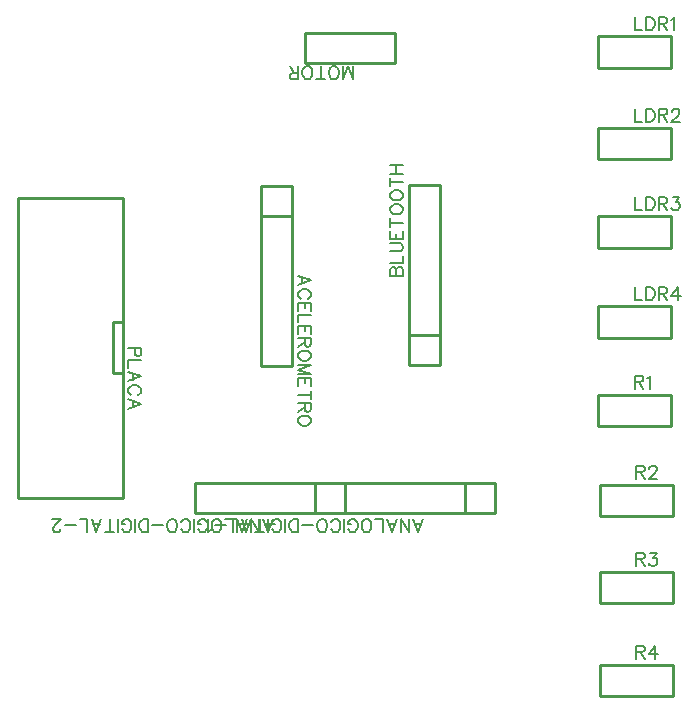
<source format=gto>
G04 Layer: TopSilkscreenLayer*
G04 EasyEDA v6.5.50, 2025-06-12 20:37:31*
G04 aa330ac2ebf7422699210df74fc2b7c5,bdb9141ddcec4d9e81ce16864cc1dc0d,10*
G04 Gerber Generator version 0.2*
G04 Scale: 100 percent, Rotated: No, Reflected: No *
G04 Dimensions in millimeters *
G04 leading zeros omitted , absolute positions ,4 integer and 5 decimal *
%FSLAX45Y45*%
%MOMM*%

%ADD10C,0.1524*%
%ADD11C,0.2540*%
%ADD12C,0.0157*%

%LPD*%
D10*
X2731515Y-2340355D02*
G01*
X2622550Y-2298700D01*
X2731515Y-2340355D02*
G01*
X2622550Y-2381757D01*
X2658872Y-2314194D02*
G01*
X2658872Y-2366263D01*
X2705608Y-2494026D02*
G01*
X2716022Y-2488945D01*
X2726436Y-2478531D01*
X2731515Y-2468118D01*
X2731515Y-2447289D01*
X2726436Y-2436876D01*
X2716022Y-2426462D01*
X2705608Y-2421381D01*
X2689859Y-2416047D01*
X2663952Y-2416047D01*
X2648458Y-2421381D01*
X2638043Y-2426462D01*
X2627629Y-2436876D01*
X2622550Y-2447289D01*
X2622550Y-2468118D01*
X2627629Y-2478531D01*
X2638043Y-2488945D01*
X2648458Y-2494026D01*
X2731515Y-2528315D02*
G01*
X2622550Y-2528315D01*
X2731515Y-2528315D02*
G01*
X2731515Y-2595879D01*
X2679700Y-2528315D02*
G01*
X2679700Y-2569971D01*
X2622550Y-2528315D02*
G01*
X2622550Y-2595879D01*
X2731515Y-2630170D02*
G01*
X2622550Y-2630170D01*
X2622550Y-2630170D02*
G01*
X2622550Y-2692400D01*
X2731515Y-2726689D02*
G01*
X2622550Y-2726689D01*
X2731515Y-2726689D02*
G01*
X2731515Y-2794254D01*
X2679700Y-2726689D02*
G01*
X2679700Y-2768345D01*
X2622550Y-2726689D02*
G01*
X2622550Y-2794254D01*
X2731515Y-2828544D02*
G01*
X2622550Y-2828544D01*
X2731515Y-2828544D02*
G01*
X2731515Y-2875279D01*
X2726436Y-2891028D01*
X2721102Y-2896107D01*
X2710688Y-2901442D01*
X2700274Y-2901442D01*
X2689859Y-2896107D01*
X2684779Y-2891028D01*
X2679700Y-2875279D01*
X2679700Y-2828544D01*
X2679700Y-2865120D02*
G01*
X2622550Y-2901442D01*
X2731515Y-2966720D02*
G01*
X2726436Y-2956560D01*
X2716022Y-2946145D01*
X2705608Y-2940812D01*
X2689859Y-2935731D01*
X2663952Y-2935731D01*
X2648458Y-2940812D01*
X2638043Y-2946145D01*
X2627629Y-2956560D01*
X2622550Y-2966720D01*
X2622550Y-2987547D01*
X2627629Y-2997962D01*
X2638043Y-3008376D01*
X2648458Y-3013710D01*
X2663952Y-3018789D01*
X2689859Y-3018789D01*
X2705608Y-3013710D01*
X2716022Y-3008376D01*
X2726436Y-2997962D01*
X2731515Y-2987547D01*
X2731515Y-2966720D01*
X2731515Y-3053079D02*
G01*
X2622550Y-3053079D01*
X2731515Y-3053079D02*
G01*
X2622550Y-3094736D01*
X2731515Y-3136137D02*
G01*
X2622550Y-3094736D01*
X2731515Y-3136137D02*
G01*
X2622550Y-3136137D01*
X2731515Y-3170428D02*
G01*
X2622550Y-3170428D01*
X2731515Y-3170428D02*
G01*
X2731515Y-3237992D01*
X2679700Y-3170428D02*
G01*
X2679700Y-3212084D01*
X2622550Y-3170428D02*
G01*
X2622550Y-3237992D01*
X2731515Y-3308604D02*
G01*
X2622550Y-3308604D01*
X2731515Y-3272281D02*
G01*
X2731515Y-3345179D01*
X2731515Y-3379470D02*
G01*
X2622550Y-3379470D01*
X2731515Y-3379470D02*
G01*
X2731515Y-3426205D01*
X2726436Y-3441700D01*
X2721102Y-3446779D01*
X2710688Y-3452113D01*
X2700274Y-3452113D01*
X2689859Y-3446779D01*
X2684779Y-3441700D01*
X2679700Y-3426205D01*
X2679700Y-3379470D01*
X2679700Y-3415792D02*
G01*
X2622550Y-3452113D01*
X2731515Y-3517645D02*
G01*
X2726436Y-3507231D01*
X2716022Y-3496818D01*
X2705608Y-3491484D01*
X2689859Y-3486404D01*
X2663952Y-3486404D01*
X2648458Y-3491484D01*
X2638043Y-3496818D01*
X2627629Y-3507231D01*
X2622550Y-3517645D01*
X2622550Y-3538220D01*
X2627629Y-3548634D01*
X2638043Y-3559047D01*
X2648458Y-3564381D01*
X2663952Y-3569462D01*
X2689859Y-3569462D01*
X2705608Y-3564381D01*
X2716022Y-3559047D01*
X2726436Y-3548634D01*
X2731515Y-3538220D01*
X2731515Y-3517645D01*
X3402584Y-2298700D02*
G01*
X3511550Y-2298700D01*
X3402584Y-2298700D02*
G01*
X3402584Y-2251963D01*
X3407663Y-2236470D01*
X3412997Y-2231136D01*
X3423411Y-2226055D01*
X3433825Y-2226055D01*
X3444240Y-2231136D01*
X3449320Y-2236470D01*
X3454400Y-2251963D01*
X3454400Y-2298700D02*
G01*
X3454400Y-2251963D01*
X3459734Y-2236470D01*
X3464813Y-2231136D01*
X3475227Y-2226055D01*
X3490975Y-2226055D01*
X3501390Y-2231136D01*
X3506470Y-2236470D01*
X3511550Y-2251963D01*
X3511550Y-2298700D01*
X3402584Y-2191765D02*
G01*
X3511550Y-2191765D01*
X3511550Y-2191765D02*
G01*
X3511550Y-2129281D01*
X3402584Y-2094992D02*
G01*
X3480561Y-2094992D01*
X3496056Y-2089912D01*
X3506470Y-2079497D01*
X3511550Y-2063750D01*
X3511550Y-2053589D01*
X3506470Y-2037842D01*
X3496056Y-2027428D01*
X3480561Y-2022347D01*
X3402584Y-2022347D01*
X3402584Y-1988057D02*
G01*
X3511550Y-1988057D01*
X3402584Y-1988057D02*
G01*
X3402584Y-1920494D01*
X3454400Y-1988057D02*
G01*
X3454400Y-1946402D01*
X3511550Y-1988057D02*
G01*
X3511550Y-1920494D01*
X3402584Y-1849881D02*
G01*
X3511550Y-1849881D01*
X3402584Y-1886204D02*
G01*
X3402584Y-1813560D01*
X3402584Y-1748028D02*
G01*
X3407663Y-1758442D01*
X3418077Y-1768855D01*
X3428491Y-1773936D01*
X3444240Y-1779270D01*
X3470147Y-1779270D01*
X3485641Y-1773936D01*
X3496056Y-1768855D01*
X3506470Y-1758442D01*
X3511550Y-1748028D01*
X3511550Y-1727200D01*
X3506470Y-1716786D01*
X3496056Y-1706371D01*
X3485641Y-1701292D01*
X3470147Y-1695957D01*
X3444240Y-1695957D01*
X3428491Y-1701292D01*
X3418077Y-1706371D01*
X3407663Y-1716786D01*
X3402584Y-1727200D01*
X3402584Y-1748028D01*
X3402584Y-1630679D02*
G01*
X3407663Y-1640839D01*
X3418077Y-1651254D01*
X3428491Y-1656587D01*
X3444240Y-1661668D01*
X3470147Y-1661668D01*
X3485641Y-1656587D01*
X3496056Y-1651254D01*
X3506470Y-1640839D01*
X3511550Y-1630679D01*
X3511550Y-1609852D01*
X3506470Y-1599437D01*
X3496056Y-1589023D01*
X3485641Y-1583689D01*
X3470147Y-1578610D01*
X3444240Y-1578610D01*
X3428491Y-1583689D01*
X3418077Y-1589023D01*
X3407663Y-1599437D01*
X3402584Y-1609852D01*
X3402584Y-1630679D01*
X3402584Y-1507997D02*
G01*
X3511550Y-1507997D01*
X3402584Y-1544320D02*
G01*
X3402584Y-1471676D01*
X3402584Y-1437386D02*
G01*
X3511550Y-1437386D01*
X3402584Y-1364487D02*
G01*
X3511550Y-1364487D01*
X3454400Y-1437386D02*
G01*
X3454400Y-1364487D01*
X5473700Y-113284D02*
G01*
X5473700Y-222250D01*
X5473700Y-222250D02*
G01*
X5535929Y-222250D01*
X5570220Y-113284D02*
G01*
X5570220Y-222250D01*
X5570220Y-113284D02*
G01*
X5606795Y-113284D01*
X5622290Y-118363D01*
X5632704Y-128778D01*
X5637784Y-139192D01*
X5643118Y-154939D01*
X5643118Y-180847D01*
X5637784Y-196342D01*
X5632704Y-206755D01*
X5622290Y-217170D01*
X5606795Y-222250D01*
X5570220Y-222250D01*
X5677408Y-113284D02*
G01*
X5677408Y-222250D01*
X5677408Y-113284D02*
G01*
X5724143Y-113284D01*
X5739638Y-118363D01*
X5744972Y-123697D01*
X5750052Y-134112D01*
X5750052Y-144526D01*
X5744972Y-154939D01*
X5739638Y-160020D01*
X5724143Y-165100D01*
X5677408Y-165100D01*
X5713729Y-165100D02*
G01*
X5750052Y-222250D01*
X5784341Y-134112D02*
G01*
X5794756Y-128778D01*
X5810250Y-113284D01*
X5810250Y-222250D01*
X5473700Y-887984D02*
G01*
X5473700Y-996950D01*
X5473700Y-996950D02*
G01*
X5535929Y-996950D01*
X5570220Y-887984D02*
G01*
X5570220Y-996950D01*
X5570220Y-887984D02*
G01*
X5606795Y-887984D01*
X5622290Y-893063D01*
X5632704Y-903478D01*
X5637784Y-913892D01*
X5643118Y-929639D01*
X5643118Y-955547D01*
X5637784Y-971042D01*
X5632704Y-981455D01*
X5622290Y-991870D01*
X5606795Y-996950D01*
X5570220Y-996950D01*
X5677408Y-887984D02*
G01*
X5677408Y-996950D01*
X5677408Y-887984D02*
G01*
X5724143Y-887984D01*
X5739638Y-893063D01*
X5744972Y-898397D01*
X5750052Y-908812D01*
X5750052Y-919226D01*
X5744972Y-929639D01*
X5739638Y-934720D01*
X5724143Y-939800D01*
X5677408Y-939800D01*
X5713729Y-939800D02*
G01*
X5750052Y-996950D01*
X5789675Y-913892D02*
G01*
X5789675Y-908812D01*
X5794756Y-898397D01*
X5800090Y-893063D01*
X5810250Y-887984D01*
X5831077Y-887984D01*
X5841491Y-893063D01*
X5846825Y-898397D01*
X5851906Y-908812D01*
X5851906Y-919226D01*
X5846825Y-929639D01*
X5836411Y-945134D01*
X5784341Y-996950D01*
X5857240Y-996950D01*
X5473700Y-1637284D02*
G01*
X5473700Y-1746250D01*
X5473700Y-1746250D02*
G01*
X5535929Y-1746250D01*
X5570220Y-1637284D02*
G01*
X5570220Y-1746250D01*
X5570220Y-1637284D02*
G01*
X5606795Y-1637284D01*
X5622290Y-1642363D01*
X5632704Y-1652778D01*
X5637784Y-1663192D01*
X5643118Y-1678939D01*
X5643118Y-1704847D01*
X5637784Y-1720342D01*
X5632704Y-1730755D01*
X5622290Y-1741170D01*
X5606795Y-1746250D01*
X5570220Y-1746250D01*
X5677408Y-1637284D02*
G01*
X5677408Y-1746250D01*
X5677408Y-1637284D02*
G01*
X5724143Y-1637284D01*
X5739638Y-1642363D01*
X5744972Y-1647697D01*
X5750052Y-1658112D01*
X5750052Y-1668526D01*
X5744972Y-1678939D01*
X5739638Y-1684020D01*
X5724143Y-1689100D01*
X5677408Y-1689100D01*
X5713729Y-1689100D02*
G01*
X5750052Y-1746250D01*
X5794756Y-1637284D02*
G01*
X5851906Y-1637284D01*
X5820663Y-1678939D01*
X5836411Y-1678939D01*
X5846825Y-1684020D01*
X5851906Y-1689100D01*
X5857240Y-1704847D01*
X5857240Y-1715262D01*
X5851906Y-1730755D01*
X5841491Y-1741170D01*
X5825997Y-1746250D01*
X5810250Y-1746250D01*
X5794756Y-1741170D01*
X5789675Y-1736089D01*
X5784341Y-1725676D01*
X5473700Y-2399284D02*
G01*
X5473700Y-2508250D01*
X5473700Y-2508250D02*
G01*
X5535929Y-2508250D01*
X5570220Y-2399284D02*
G01*
X5570220Y-2508250D01*
X5570220Y-2399284D02*
G01*
X5606795Y-2399284D01*
X5622290Y-2404363D01*
X5632704Y-2414778D01*
X5637784Y-2425192D01*
X5643118Y-2440939D01*
X5643118Y-2466847D01*
X5637784Y-2482342D01*
X5632704Y-2492755D01*
X5622290Y-2503170D01*
X5606795Y-2508250D01*
X5570220Y-2508250D01*
X5677408Y-2399284D02*
G01*
X5677408Y-2508250D01*
X5677408Y-2399284D02*
G01*
X5724143Y-2399284D01*
X5739638Y-2404363D01*
X5744972Y-2409697D01*
X5750052Y-2420112D01*
X5750052Y-2430526D01*
X5744972Y-2440939D01*
X5739638Y-2446020D01*
X5724143Y-2451100D01*
X5677408Y-2451100D01*
X5713729Y-2451100D02*
G01*
X5750052Y-2508250D01*
X5836411Y-2399284D02*
G01*
X5784341Y-2471928D01*
X5862320Y-2471928D01*
X5836411Y-2399284D02*
G01*
X5836411Y-2508250D01*
X5473700Y-3148584D02*
G01*
X5473700Y-3257550D01*
X5473700Y-3148584D02*
G01*
X5520436Y-3148584D01*
X5535929Y-3153663D01*
X5541263Y-3158997D01*
X5546343Y-3169412D01*
X5546343Y-3179826D01*
X5541263Y-3190239D01*
X5535929Y-3195320D01*
X5520436Y-3200400D01*
X5473700Y-3200400D01*
X5510022Y-3200400D02*
G01*
X5546343Y-3257550D01*
X5580634Y-3169412D02*
G01*
X5591047Y-3164078D01*
X5606795Y-3148584D01*
X5606795Y-3257550D01*
X5486400Y-3910584D02*
G01*
X5486400Y-4019550D01*
X5486400Y-3910584D02*
G01*
X5533136Y-3910584D01*
X5548629Y-3915663D01*
X5553963Y-3920997D01*
X5559043Y-3931412D01*
X5559043Y-3941826D01*
X5553963Y-3952239D01*
X5548629Y-3957320D01*
X5533136Y-3962400D01*
X5486400Y-3962400D01*
X5522722Y-3962400D02*
G01*
X5559043Y-4019550D01*
X5598668Y-3936492D02*
G01*
X5598668Y-3931412D01*
X5603747Y-3920997D01*
X5609081Y-3915663D01*
X5619495Y-3910584D01*
X5640070Y-3910584D01*
X5650484Y-3915663D01*
X5655818Y-3920997D01*
X5660897Y-3931412D01*
X5660897Y-3941826D01*
X5655818Y-3952239D01*
X5645404Y-3967734D01*
X5593334Y-4019550D01*
X5666231Y-4019550D01*
X5486400Y-4647184D02*
G01*
X5486400Y-4756150D01*
X5486400Y-4647184D02*
G01*
X5533136Y-4647184D01*
X5548629Y-4652263D01*
X5553963Y-4657597D01*
X5559043Y-4668012D01*
X5559043Y-4678426D01*
X5553963Y-4688839D01*
X5548629Y-4693920D01*
X5533136Y-4699000D01*
X5486400Y-4699000D01*
X5522722Y-4699000D02*
G01*
X5559043Y-4756150D01*
X5603747Y-4647184D02*
G01*
X5660897Y-4647184D01*
X5629909Y-4688839D01*
X5645404Y-4688839D01*
X5655818Y-4693920D01*
X5660897Y-4699000D01*
X5666231Y-4714747D01*
X5666231Y-4725162D01*
X5660897Y-4740655D01*
X5650484Y-4751070D01*
X5634990Y-4756150D01*
X5619495Y-4756150D01*
X5603747Y-4751070D01*
X5598668Y-4745989D01*
X5593334Y-4735576D01*
X5486400Y-5434584D02*
G01*
X5486400Y-5543550D01*
X5486400Y-5434584D02*
G01*
X5533136Y-5434584D01*
X5548629Y-5439663D01*
X5553963Y-5444997D01*
X5559043Y-5455412D01*
X5559043Y-5465826D01*
X5553963Y-5476239D01*
X5548629Y-5481320D01*
X5533136Y-5486400D01*
X5486400Y-5486400D01*
X5522722Y-5486400D02*
G01*
X5559043Y-5543550D01*
X5645404Y-5434584D02*
G01*
X5593334Y-5507228D01*
X5671311Y-5507228D01*
X5645404Y-5434584D02*
G01*
X5645404Y-5543550D01*
X3086100Y-636015D02*
G01*
X3086100Y-527050D01*
X3086100Y-636015D02*
G01*
X3044443Y-527050D01*
X3003041Y-636015D02*
G01*
X3044443Y-527050D01*
X3003041Y-636015D02*
G01*
X3003041Y-527050D01*
X2937509Y-636015D02*
G01*
X2947924Y-630936D01*
X2958338Y-620521D01*
X2963418Y-610107D01*
X2968752Y-594360D01*
X2968752Y-568452D01*
X2963418Y-552957D01*
X2958338Y-542544D01*
X2947924Y-532129D01*
X2937509Y-527050D01*
X2916681Y-527050D01*
X2906268Y-532129D01*
X2895854Y-542544D01*
X2890774Y-552957D01*
X2885440Y-568452D01*
X2885440Y-594360D01*
X2890774Y-610107D01*
X2895854Y-620521D01*
X2906268Y-630936D01*
X2916681Y-636015D01*
X2937509Y-636015D01*
X2814827Y-636015D02*
G01*
X2814827Y-527050D01*
X2851150Y-636015D02*
G01*
X2778506Y-636015D01*
X2712974Y-636015D02*
G01*
X2723388Y-630936D01*
X2733802Y-620521D01*
X2739136Y-610107D01*
X2744215Y-594360D01*
X2744215Y-568452D01*
X2739136Y-552957D01*
X2733802Y-542544D01*
X2723388Y-532129D01*
X2712974Y-527050D01*
X2692400Y-527050D01*
X2681986Y-532129D01*
X2671572Y-542544D01*
X2666238Y-552957D01*
X2661158Y-568452D01*
X2661158Y-594360D01*
X2666238Y-610107D01*
X2671572Y-620521D01*
X2681986Y-630936D01*
X2692400Y-636015D01*
X2712974Y-636015D01*
X2626868Y-636015D02*
G01*
X2626868Y-527050D01*
X2626868Y-636015D02*
G01*
X2580131Y-636015D01*
X2564384Y-630936D01*
X2559304Y-625602D01*
X2553970Y-615187D01*
X2553970Y-604773D01*
X2559304Y-594360D01*
X2564384Y-589279D01*
X2580131Y-584200D01*
X2626868Y-584200D01*
X2590545Y-584200D02*
G01*
X2553970Y-527050D01*
X1296415Y-2908300D02*
G01*
X1187450Y-2908300D01*
X1296415Y-2908300D02*
G01*
X1296415Y-2955036D01*
X1291336Y-2970529D01*
X1286002Y-2975863D01*
X1275587Y-2980944D01*
X1260094Y-2980944D01*
X1249679Y-2975863D01*
X1244600Y-2970529D01*
X1239265Y-2955036D01*
X1239265Y-2908300D01*
X1296415Y-3015234D02*
G01*
X1187450Y-3015234D01*
X1187450Y-3015234D02*
G01*
X1187450Y-3077718D01*
X1296415Y-3153410D02*
G01*
X1187450Y-3112007D01*
X1296415Y-3153410D02*
G01*
X1187450Y-3195065D01*
X1223771Y-3127502D02*
G01*
X1223771Y-3179571D01*
X1270507Y-3307334D02*
G01*
X1280921Y-3302000D01*
X1291336Y-3291839D01*
X1296415Y-3281426D01*
X1296415Y-3260597D01*
X1291336Y-3250184D01*
X1280921Y-3239770D01*
X1270507Y-3234689D01*
X1254760Y-3229355D01*
X1228852Y-3229355D01*
X1213357Y-3234689D01*
X1202944Y-3239770D01*
X1192529Y-3250184D01*
X1187450Y-3260597D01*
X1187450Y-3281426D01*
X1192529Y-3291839D01*
X1202944Y-3302000D01*
X1213357Y-3307334D01*
X1296415Y-3383279D02*
G01*
X1187450Y-3341623D01*
X1296415Y-3383279D02*
G01*
X1187450Y-3424681D01*
X1223771Y-3357118D02*
G01*
X1223771Y-3409187D01*
X3641343Y-4471415D02*
G01*
X3683000Y-4362450D01*
X3641343Y-4471415D02*
G01*
X3599941Y-4362450D01*
X3667506Y-4398771D02*
G01*
X3615436Y-4398771D01*
X3565652Y-4471415D02*
G01*
X3565652Y-4362450D01*
X3565652Y-4471415D02*
G01*
X3492754Y-4362450D01*
X3492754Y-4471415D02*
G01*
X3492754Y-4362450D01*
X3417061Y-4471415D02*
G01*
X3458463Y-4362450D01*
X3417061Y-4471415D02*
G01*
X3375406Y-4362450D01*
X3442970Y-4398771D02*
G01*
X3390900Y-4398771D01*
X3341115Y-4471415D02*
G01*
X3341115Y-4362450D01*
X3341115Y-4362450D02*
G01*
X3278886Y-4362450D01*
X3213354Y-4471415D02*
G01*
X3223768Y-4466336D01*
X3234181Y-4455921D01*
X3239261Y-4445507D01*
X3244595Y-4429760D01*
X3244595Y-4403852D01*
X3239261Y-4388357D01*
X3234181Y-4377944D01*
X3223768Y-4367529D01*
X3213354Y-4362450D01*
X3192525Y-4362450D01*
X3182111Y-4367529D01*
X3171697Y-4377944D01*
X3166618Y-4388357D01*
X3161284Y-4403852D01*
X3161284Y-4429760D01*
X3166618Y-4445507D01*
X3171697Y-4455921D01*
X3182111Y-4466336D01*
X3192525Y-4471415D01*
X3213354Y-4471415D01*
X3049270Y-4445507D02*
G01*
X3054350Y-4455921D01*
X3064763Y-4466336D01*
X3075177Y-4471415D01*
X3096006Y-4471415D01*
X3106420Y-4466336D01*
X3116579Y-4455921D01*
X3121913Y-4445507D01*
X3126993Y-4429760D01*
X3126993Y-4403852D01*
X3121913Y-4388357D01*
X3116579Y-4377944D01*
X3106420Y-4367529D01*
X3096006Y-4362450D01*
X3075177Y-4362450D01*
X3064763Y-4367529D01*
X3054350Y-4377944D01*
X3049270Y-4388357D01*
X3049270Y-4403852D01*
X3075177Y-4403852D02*
G01*
X3049270Y-4403852D01*
X3014979Y-4471415D02*
G01*
X3014979Y-4362450D01*
X2902711Y-4445507D02*
G01*
X2907791Y-4455921D01*
X2918206Y-4466336D01*
X2928620Y-4471415D01*
X2949447Y-4471415D01*
X2959861Y-4466336D01*
X2970275Y-4455921D01*
X2975356Y-4445507D01*
X2980690Y-4429760D01*
X2980690Y-4403852D01*
X2975356Y-4388357D01*
X2970275Y-4377944D01*
X2959861Y-4367529D01*
X2949447Y-4362450D01*
X2928620Y-4362450D01*
X2918206Y-4367529D01*
X2907791Y-4377944D01*
X2902711Y-4388357D01*
X2837179Y-4471415D02*
G01*
X2847593Y-4466336D01*
X2858008Y-4455921D01*
X2863088Y-4445507D01*
X2868422Y-4429760D01*
X2868422Y-4403852D01*
X2863088Y-4388357D01*
X2858008Y-4377944D01*
X2847593Y-4367529D01*
X2837179Y-4362450D01*
X2816352Y-4362450D01*
X2805938Y-4367529D01*
X2795524Y-4377944D01*
X2790443Y-4388357D01*
X2785109Y-4403852D01*
X2785109Y-4429760D01*
X2790443Y-4445507D01*
X2795524Y-4455921D01*
X2805938Y-4466336D01*
X2816352Y-4471415D01*
X2837179Y-4471415D01*
X2750820Y-4409186D02*
G01*
X2657347Y-4409186D01*
X2623058Y-4471415D02*
G01*
X2623058Y-4362450D01*
X2623058Y-4471415D02*
G01*
X2586736Y-4471415D01*
X2571241Y-4466336D01*
X2560827Y-4455921D01*
X2555493Y-4445507D01*
X2550413Y-4429760D01*
X2550413Y-4403852D01*
X2555493Y-4388357D01*
X2560827Y-4377944D01*
X2571241Y-4367529D01*
X2586736Y-4362450D01*
X2623058Y-4362450D01*
X2516124Y-4471415D02*
G01*
X2516124Y-4362450D01*
X2403856Y-4445507D02*
G01*
X2409190Y-4455921D01*
X2419350Y-4466336D01*
X2429763Y-4471415D01*
X2450591Y-4471415D01*
X2461006Y-4466336D01*
X2471420Y-4455921D01*
X2476500Y-4445507D01*
X2481834Y-4429760D01*
X2481834Y-4403852D01*
X2476500Y-4388357D01*
X2471420Y-4377944D01*
X2461006Y-4367529D01*
X2450591Y-4362450D01*
X2429763Y-4362450D01*
X2419350Y-4367529D01*
X2409190Y-4377944D01*
X2403856Y-4388357D01*
X2403856Y-4403852D01*
X2429763Y-4403852D02*
G01*
X2403856Y-4403852D01*
X2369565Y-4471415D02*
G01*
X2369565Y-4362450D01*
X2298954Y-4471415D02*
G01*
X2298954Y-4362450D01*
X2335275Y-4471415D02*
G01*
X2262631Y-4471415D01*
X2186686Y-4471415D02*
G01*
X2228341Y-4362450D01*
X2186686Y-4471415D02*
G01*
X2145029Y-4362450D01*
X2212593Y-4398771D02*
G01*
X2160777Y-4398771D01*
X2110740Y-4471415D02*
G01*
X2110740Y-4362450D01*
X2110740Y-4362450D02*
G01*
X2048509Y-4362450D01*
X2014220Y-4409186D02*
G01*
X1920747Y-4409186D01*
X1886457Y-4450587D02*
G01*
X1876044Y-4455921D01*
X1860550Y-4471415D01*
X1860550Y-4362450D01*
X2371343Y-4471415D02*
G01*
X2413000Y-4362450D01*
X2371343Y-4471415D02*
G01*
X2329941Y-4362450D01*
X2397506Y-4398771D02*
G01*
X2345436Y-4398771D01*
X2295652Y-4471415D02*
G01*
X2295652Y-4362450D01*
X2295652Y-4471415D02*
G01*
X2222754Y-4362450D01*
X2222754Y-4471415D02*
G01*
X2222754Y-4362450D01*
X2147061Y-4471415D02*
G01*
X2188463Y-4362450D01*
X2147061Y-4471415D02*
G01*
X2105406Y-4362450D01*
X2172970Y-4398771D02*
G01*
X2120900Y-4398771D01*
X2071115Y-4471415D02*
G01*
X2071115Y-4362450D01*
X2071115Y-4362450D02*
G01*
X2008886Y-4362450D01*
X1943354Y-4471415D02*
G01*
X1953768Y-4466336D01*
X1964181Y-4455921D01*
X1969261Y-4445507D01*
X1974595Y-4429760D01*
X1974595Y-4403852D01*
X1969261Y-4388357D01*
X1964181Y-4377944D01*
X1953768Y-4367529D01*
X1943354Y-4362450D01*
X1922526Y-4362450D01*
X1912112Y-4367529D01*
X1901697Y-4377944D01*
X1896618Y-4388357D01*
X1891284Y-4403852D01*
X1891284Y-4429760D01*
X1896618Y-4445507D01*
X1901697Y-4455921D01*
X1912112Y-4466336D01*
X1922526Y-4471415D01*
X1943354Y-4471415D01*
X1779270Y-4445507D02*
G01*
X1784350Y-4455921D01*
X1794763Y-4466336D01*
X1805178Y-4471415D01*
X1826005Y-4471415D01*
X1836420Y-4466336D01*
X1846579Y-4455921D01*
X1851913Y-4445507D01*
X1856994Y-4429760D01*
X1856994Y-4403852D01*
X1851913Y-4388357D01*
X1846579Y-4377944D01*
X1836420Y-4367529D01*
X1826005Y-4362450D01*
X1805178Y-4362450D01*
X1794763Y-4367529D01*
X1784350Y-4377944D01*
X1779270Y-4388357D01*
X1779270Y-4403852D01*
X1805178Y-4403852D02*
G01*
X1779270Y-4403852D01*
X1744979Y-4471415D02*
G01*
X1744979Y-4362450D01*
X1632712Y-4445507D02*
G01*
X1637792Y-4455921D01*
X1648205Y-4466336D01*
X1658620Y-4471415D01*
X1679447Y-4471415D01*
X1689862Y-4466336D01*
X1700276Y-4455921D01*
X1705355Y-4445507D01*
X1710689Y-4429760D01*
X1710689Y-4403852D01*
X1705355Y-4388357D01*
X1700276Y-4377944D01*
X1689862Y-4367529D01*
X1679447Y-4362450D01*
X1658620Y-4362450D01*
X1648205Y-4367529D01*
X1637792Y-4377944D01*
X1632712Y-4388357D01*
X1567179Y-4471415D02*
G01*
X1577594Y-4466336D01*
X1588007Y-4455921D01*
X1593087Y-4445507D01*
X1598421Y-4429760D01*
X1598421Y-4403852D01*
X1593087Y-4388357D01*
X1588007Y-4377944D01*
X1577594Y-4367529D01*
X1567179Y-4362450D01*
X1546352Y-4362450D01*
X1535937Y-4367529D01*
X1525523Y-4377944D01*
X1520444Y-4388357D01*
X1515110Y-4403852D01*
X1515110Y-4429760D01*
X1520444Y-4445507D01*
X1525523Y-4455921D01*
X1535937Y-4466336D01*
X1546352Y-4471415D01*
X1567179Y-4471415D01*
X1480820Y-4409186D02*
G01*
X1387347Y-4409186D01*
X1353057Y-4471415D02*
G01*
X1353057Y-4362450D01*
X1353057Y-4471415D02*
G01*
X1316736Y-4471415D01*
X1301242Y-4466336D01*
X1290828Y-4455921D01*
X1285494Y-4445507D01*
X1280413Y-4429760D01*
X1280413Y-4403852D01*
X1285494Y-4388357D01*
X1290828Y-4377944D01*
X1301242Y-4367529D01*
X1316736Y-4362450D01*
X1353057Y-4362450D01*
X1246123Y-4471415D02*
G01*
X1246123Y-4362450D01*
X1133855Y-4445507D02*
G01*
X1139189Y-4455921D01*
X1149350Y-4466336D01*
X1159763Y-4471415D01*
X1180592Y-4471415D01*
X1191005Y-4466336D01*
X1201420Y-4455921D01*
X1206500Y-4445507D01*
X1211834Y-4429760D01*
X1211834Y-4403852D01*
X1206500Y-4388357D01*
X1201420Y-4377944D01*
X1191005Y-4367529D01*
X1180592Y-4362450D01*
X1159763Y-4362450D01*
X1149350Y-4367529D01*
X1139189Y-4377944D01*
X1133855Y-4388357D01*
X1133855Y-4403852D01*
X1159763Y-4403852D02*
G01*
X1133855Y-4403852D01*
X1099565Y-4471415D02*
G01*
X1099565Y-4362450D01*
X1028954Y-4471415D02*
G01*
X1028954Y-4362450D01*
X1065276Y-4471415D02*
G01*
X992631Y-4471415D01*
X916686Y-4471415D02*
G01*
X958342Y-4362450D01*
X916686Y-4471415D02*
G01*
X875029Y-4362450D01*
X942594Y-4398771D02*
G01*
X890778Y-4398771D01*
X840739Y-4471415D02*
G01*
X840739Y-4362450D01*
X840739Y-4362450D02*
G01*
X778510Y-4362450D01*
X744220Y-4409186D02*
G01*
X650747Y-4409186D01*
X611123Y-4445507D02*
G01*
X611123Y-4450587D01*
X606044Y-4461002D01*
X600710Y-4466336D01*
X590550Y-4471415D01*
X569721Y-4471415D01*
X559307Y-4466336D01*
X553973Y-4461002D01*
X548894Y-4450587D01*
X548894Y-4440173D01*
X553973Y-4429760D01*
X564387Y-4414265D01*
X616457Y-4362450D01*
X543560Y-4362450D01*
D11*
X2568399Y-1538701D02*
G01*
X2568399Y-3063699D01*
X2308400Y-3063699D01*
X2308400Y-1538701D01*
X2568399Y-1538701D01*
X2565400Y-1793052D02*
G01*
X2311400Y-1793052D01*
X3565700Y-3058698D02*
G01*
X3565700Y-1533700D01*
X3825699Y-1533700D01*
X3825699Y-3058698D01*
X3565700Y-3058698D01*
X3568700Y-2804347D02*
G01*
X3822700Y-2804347D01*
X5163700Y-271401D02*
G01*
X5783699Y-271398D01*
X5163700Y-541398D02*
G01*
X5783699Y-541401D01*
X5783699Y-541398D02*
G01*
X5783699Y-271398D01*
X5163700Y-541401D02*
G01*
X5163700Y-271401D01*
X5163700Y-1046101D02*
G01*
X5783699Y-1046098D01*
X5163700Y-1316098D02*
G01*
X5783699Y-1316101D01*
X5783699Y-1316098D02*
G01*
X5783699Y-1046098D01*
X5163700Y-1316101D02*
G01*
X5163700Y-1046101D01*
X5163700Y-1795401D02*
G01*
X5783699Y-1795398D01*
X5163700Y-2065398D02*
G01*
X5783699Y-2065401D01*
X5783699Y-2065398D02*
G01*
X5783699Y-1795398D01*
X5163700Y-2065401D02*
G01*
X5163700Y-1795401D01*
X5163700Y-2557401D02*
G01*
X5783699Y-2557398D01*
X5163700Y-2827398D02*
G01*
X5783699Y-2827401D01*
X5783699Y-2827398D02*
G01*
X5783699Y-2557398D01*
X5163700Y-2827401D02*
G01*
X5163700Y-2557401D01*
X5163700Y-3306701D02*
G01*
X5783699Y-3306698D01*
X5163700Y-3576698D02*
G01*
X5783699Y-3576701D01*
X5783699Y-3576698D02*
G01*
X5783699Y-3306698D01*
X5163700Y-3576701D02*
G01*
X5163700Y-3306701D01*
X5176400Y-4068701D02*
G01*
X5796399Y-4068698D01*
X5176400Y-4338698D02*
G01*
X5796399Y-4338701D01*
X5796399Y-4338698D02*
G01*
X5796399Y-4068698D01*
X5176400Y-4338701D02*
G01*
X5176400Y-4068701D01*
X5176400Y-4805301D02*
G01*
X5796399Y-4805298D01*
X5176400Y-5075298D02*
G01*
X5796399Y-5075301D01*
X5796399Y-5075298D02*
G01*
X5796399Y-4805298D01*
X5176400Y-5075301D02*
G01*
X5176400Y-4805301D01*
X5176400Y-5592701D02*
G01*
X5796399Y-5592698D01*
X5176400Y-5862698D02*
G01*
X5796399Y-5862701D01*
X5796399Y-5862698D02*
G01*
X5796399Y-5592698D01*
X5176400Y-5862701D02*
G01*
X5176400Y-5592701D01*
X3441700Y-495300D02*
G01*
X2679700Y-495300D01*
X3441700Y-493298D02*
G01*
X3441700Y-243298D01*
X3441700Y-243298D02*
G01*
X2679700Y-243298D01*
X2679700Y-493298D02*
G01*
X2679700Y-243298D01*
X1143507Y-1638300D02*
G01*
X1143507Y-4178300D01*
X253517Y-4178300D01*
X253517Y-1638300D01*
X1143507Y-1638300D01*
X1143000Y-2688310D02*
G01*
X1143000Y-3128314D01*
X1054100Y-3128314D01*
X1054100Y-2688310D01*
X1143000Y-2688310D01*
X3022600Y-4305300D02*
G01*
X3022600Y-4051300D01*
X4292600Y-4051300D01*
X4292600Y-4305300D01*
X3022600Y-4305300D01*
X4036247Y-4305300D02*
G01*
X4036247Y-4051300D01*
X1752600Y-4305300D02*
G01*
X1752600Y-4051300D01*
X3022600Y-4051300D01*
X3022600Y-4305300D01*
X1752600Y-4305300D01*
X2766247Y-4305300D02*
G01*
X2766247Y-4051300D01*
M02*

</source>
